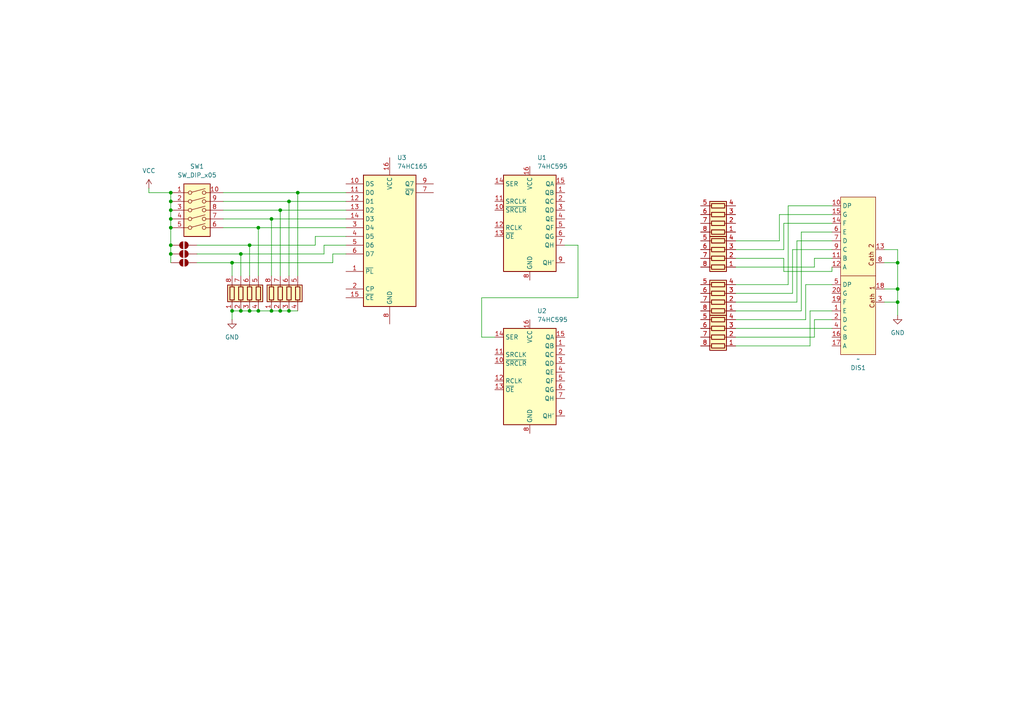
<source format=kicad_sch>
(kicad_sch (version 20250114) (generator "eeschema") (generator_version "9.0")
  (paper "A4")
  (lib_symbols
    (symbol "74xx:74HC165"
      (property "Reference" "U" (at -7.62 19.05 0))
      (property "Value" "74HC165" (at -7.62 -21.59 0))
      (symbol "74HC165_1_0"
        (pin input line (at -12.7 15.24 0) (length 5.08) (name "DS") (number "10"))
        (pin input line (at -12.7 12.7 0) (length 5.08) (name "D0") (number "11"))
        (pin input line (at -12.7 10.16 0) (length 5.08) (name "D1") (number "12"))
        (pin input line (at -12.7 7.62 0) (length 5.08) (name "D2") (number "13"))
        (pin input line (at -12.7 5.08 0) (length 5.08) (name "D3") (number "14"))
        (pin input line (at -12.7 2.54 0) (length 5.08) (name "D4") (number "3"))
        (pin input line (at -12.7 0 0) (length 5.08) (name "D5") (number "4"))
        (pin input line (at -12.7 -2.54 0) (length 5.08) (name "D6") (number "5"))
        (pin input line (at -12.7 -5.08 0) (length 5.08) (name "D7") (number "6"))
        (pin input line (at -12.7 -10.16 0) (length 5.08) (name "~{PL}") (number "1"))
        (pin input line (at -12.7 -15.24 0) (length 5.08) (name "CP") (number "2"))
        (pin input line (at -12.7 -17.78 0) (length 5.08) (name "~{CE}") (number "15"))
        (pin power_in line (at 0 22.86 270) (length 5.08) (name "VCC") (number "16"))
        (pin power_in line (at 0 -25.4 90) (length 5.08) (name "GND") (number "8"))
        (pin output line (at 12.7 15.24 180) (length 5.08) (name "Q7") (number "9"))
        (pin output line (at 12.7 12.7 180) (length 5.08) (name "~{Q7}") (number "7"))
      )
      (symbol "74HC165_1_1"
        (rectangle (start -7.62 17.78) (end 7.62 -20.32) (stroke (width 0.254)) (fill (type background)))
      )
    )
    (symbol "74xx:74HC595"
      (property "Reference" "U" (at -7.62 13.97 0))
      (property "Value" "74HC595" (at -7.62 -16.51 0))
      (symbol "74HC595_1_0"
        (pin input line (at -10.16 10.16 0) (length 2.54) (name "SER") (number "14"))
        (pin input line (at -10.16 5.08 0) (length 2.54) (name "SRCLK") (number "11"))
        (pin input line (at -10.16 2.54 0) (length 2.54) (name "~{SRCLR}") (number "10"))
        (pin input line (at -10.16 -2.54 0) (length 2.54) (name "RCLK") (number "12"))
        (pin input line (at -10.16 -5.08 0) (length 2.54) (name "~{OE}") (number "13"))
        (pin power_in line (at 0 15.24 270) (length 2.54) (name "VCC") (number "16"))
        (pin power_in line (at 0 -17.78 90) (length 2.54) (name "GND") (number "8"))
        (pin tri_state line (at 10.16 10.16 180) (length 2.54) (name "QA") (number "15"))
        (pin tri_state line (at 10.16 7.62 180) (length 2.54) (name "QB") (number "1"))
        (pin tri_state line (at 10.16 5.08 180) (length 2.54) (name "QC") (number "2"))
        (pin tri_state line (at 10.16 2.54 180) (length 2.54) (name "QD") (number "3"))
        (pin tri_state line (at 10.16 0 180) (length 2.54) (name "QE") (number "4"))
        (pin tri_state line (at 10.16 -2.54 180) (length 2.54) (name "QF") (number "5"))
        (pin tri_state line (at 10.16 -5.08 180) (length 2.54) (name "QG") (number "6"))
        (pin tri_state line (at 10.16 -7.62 180) (length 2.54) (name "QH") (number "7"))
        (pin output line (at 10.16 -12.7 180) (length 2.54) (name "QH'") (number "9"))
      )
      (symbol "74HC595_1_1"
        (rectangle (start -7.62 12.7) (end 7.62 -15.24) (stroke (width 0.254)) (fill (type background)))
      )
    )
    (symbol "Device:R_Pack04" (pin_names (offset 0) (hide yes))
      (property "Reference" "RN" (at -7.62 0 90))
      (property "Value" "R_Pack04" (at 5.08 0 90))
      (symbol "R_Pack04_0_1"
        (rectangle (start -6.35 -2.413) (end 3.81 2.413) (stroke (width 0.254)) (fill (type background)))
        (rectangle (start -5.715 1.905) (end -4.445 -1.905) (stroke (width 0.254)))
        (polyline (pts (xy -5.08 1.905) (xy -5.08 2.54)))
        (polyline (pts (xy -5.08 -2.54) (xy -5.08 -1.905)))
        (rectangle (start -3.175 1.905) (end -1.905 -1.905) (stroke (width 0.254)))
        (polyline (pts (xy -2.54 1.905) (xy -2.54 2.54)))
        (polyline (pts (xy -2.54 -2.54) (xy -2.54 -1.905)))
        (rectangle (start -0.635 1.905) (end 0.635 -1.905) (stroke (width 0.254)))
        (polyline (pts (xy 0 1.905) (xy 0 2.54)))
        (polyline (pts (xy 0 -2.54) (xy 0 -1.905)))
        (rectangle (start 1.905 1.905) (end 3.175 -1.905) (stroke (width 0.254)))
        (polyline (pts (xy 2.54 1.905) (xy 2.54 2.54)))
        (polyline (pts (xy 2.54 -2.54) (xy 2.54 -1.905)))
      )
      (symbol "R_Pack04_1_1"
        (pin passive line (at -5.08 5.08 270) (length 2.54) (name "R1.2") (number "8"))
        (pin passive line (at -5.08 -5.08 90) (length 2.54) (name "R1.1") (number "1"))
        (pin passive line (at -2.54 5.08 270) (length 2.54) (name "R2.2") (number "7"))
        (pin passive line (at -2.54 -5.08 90) (length 2.54) (name "R2.1") (number "2"))
        (pin passive line (at 0 5.08 270) (length 2.54) (name "R3.2") (number "6"))
        (pin passive line (at 0 -5.08 90) (length 2.54) (name "R3.1") (number "3"))
        (pin passive line (at 2.54 5.08 270) (length 2.54) (name "R4.2") (number "5"))
        (pin passive line (at 2.54 -5.08 90) (length 2.54) (name "R4.1") (number "4"))
      )
    )
    (symbol "Jumper:SolderJumper_2_Open" (pin_numbers (hide yes)) (pin_names (offset 0) (hide yes)) (in_bom no)
      (property "Reference" "JP" (at 0 2.032 0))
      (property "Value" "SolderJumper_2_Open" (at 0 -2.54 0))
      (symbol "SolderJumper_2_Open_0_1"
        (polyline (pts (xy -0.254 1.016) (xy -0.254 -1.016)))
        (arc (start -0.254 -1.016) (mid -1.2656 0) (end -0.254 1.016))
        (arc (start -0.254 -1.016) (mid -1.2656 0) (end -0.254 1.016) (fill (type outline)))
        (arc (start 0.254 1.016) (mid 1.2656 0) (end 0.254 -1.016))
        (arc (start 0.254 1.016) (mid 1.2656 0) (end 0.254 -1.016) (fill (type outline)))
        (polyline (pts (xy 0.254 1.016) (xy 0.254 -1.016)))
      )
      (symbol "SolderJumper_2_Open_1_1"
        (pin passive line (at -3.81 0 0) (length 2.54) (name "A") (number "1"))
        (pin passive line (at 3.81 0 180) (length 2.54) (name "B") (number "2"))
      )
    )
    (symbol "Switch:SW_DIP_x05" (pin_names (offset 0) (hide yes))
      (property "Reference" "SW" (at 0 8.89 0))
      (property "Value" "SW_DIP_x05" (at 0 -8.89 0))
      (symbol "SW_DIP_x05_0_0"
        (circle (center -2.032 5.08) (radius 0.508))
        (circle (center -2.032 2.54) (radius 0.508))
        (circle (center -2.032 0) (radius 0.508))
        (circle (center -2.032 -2.54) (radius 0.508))
        (circle (center -2.032 -5.08) (radius 0.508))
        (polyline (pts (xy -1.524 5.207) (xy 2.3622 6.2484)))
        (polyline (pts (xy -1.524 2.667) (xy 2.3622 3.7084)))
        (polyline (pts (xy -1.524 0.127) (xy 2.3622 1.1684)))
        (polyline (pts (xy -1.524 -2.3876) (xy 2.3622 -1.3462)))
        (polyline (pts (xy -1.524 -4.9276) (xy 2.3622 -3.8862)))
        (circle (center 2.032 5.08) (radius 0.508))
        (circle (center 2.032 2.54) (radius 0.508))
        (circle (center 2.032 0) (radius 0.508))
        (circle (center 2.032 -2.54) (radius 0.508))
        (circle (center 2.032 -5.08) (radius 0.508))
      )
      (symbol "SW_DIP_x05_0_1"
        (rectangle (start -3.81 7.62) (end 3.81 -7.62) (stroke (width 0.254)) (fill (type background)))
      )
      (symbol "SW_DIP_x05_1_1"
        (pin passive line (at -7.62 5.08 0) (length 5.08) (name "~") (number "1"))
        (pin passive line (at -7.62 2.54 0) (length 5.08) (name "~") (number "2"))
        (pin passive line (at -7.62 0 0) (length 5.08) (name "~") (number "3"))
        (pin passive line (at -7.62 -2.54 0) (length 5.08) (name "~") (number "4"))
        (pin passive line (at -7.62 -5.08 0) (length 5.08) (name "~") (number "5"))
        (pin passive line (at 7.62 5.08 180) (length 5.08) (name "~") (number "10"))
        (pin passive line (at 7.62 2.54 180) (length 5.08) (name "~") (number "9"))
        (pin passive line (at 7.62 0 180) (length 5.08) (name "~") (number "8"))
        (pin passive line (at 7.62 -2.54 180) (length 5.08) (name "~") (number "7"))
        (pin passive line (at 7.62 -5.08 180) (length 5.08) (name "~") (number "6"))
      )
    )
    (symbol "power:GND" (power) (pin_numbers (hide yes)) (pin_names (offset 0) (hide yes))
      (property "Value" "GND" (at 0 -3.81 0))
      (symbol "GND_0_1"
        (polyline (pts (xy 0 0) (xy 0 -1.27) (xy 1.27 -1.27) (xy 0 -2.54) (xy -1.27 -1.27) (xy 0 -1.27)))
      )
      (symbol "GND_1_1"
        (pin power_in line (at 0 0 270) (length 0) (name "~") (number "1"))
      )
    )
    (symbol "power:VCC" (power) (pin_numbers (hide yes)) (pin_names (offset 0) (hide yes))
      (property "Value" "VCC" (at 0 3.556 0))
      (symbol "VCC_0_1"
        (polyline (pts (xy -0.762 1.27) (xy 0 2.54)))
        (polyline (pts (xy 0 2.54) (xy 0.762 1.27)))
        (polyline (pts (xy 0 0) (xy 0 2.54)))
      )
      (symbol "VCC_1_1"
        (pin power_in line (at 0 0 90) (length 0) (name "~") (number "1"))
      )
    )
    (symbol "timeZoneClock:Double_7-seg_CC"
      (property "Reference" "DIS" (at -17.78 1.016 0))
      (symbol "Double_7-seg_CC_1_1"
        (rectangle (start -40.64 0) (end 5.08 -10.16) (fill (type background)))
        (polyline (pts (xy -17.78 -10.16) (xy -17.78 0)))
        (text "Cath 1" (at -23.876 -1.016 0) (effects (font (size 1.27 1.27))))
        (text "Cath 2\n" (at -11.684 -1.27 0) (effects (font (size 1.27 1.27))))
        (pin input line (at -38.1 -12.7 90) (length 2.54) (name "A") (number "17"))
        (pin input line (at -35.56 -12.7 90) (length 2.54) (name "B") (number "16"))
        (pin input line (at -33.02 -12.7 90) (length 2.54) (name "C") (number "4"))
        (pin input line (at -30.48 -12.7 90) (length 2.54) (name "D") (number "2"))
        (pin input line (at -27.94 -12.7 90) (length 2.54) (name "E") (number "1"))
        (pin input line (at -25.4 2.54 270) (length 2.54) (name "") (number "3"))
        (pin input line (at -25.4 -12.7 90) (length 2.54) (name "F") (number "19"))
        (pin input line (at -22.86 -12.7 90) (length 2.54) (name "G") (number "20"))
        (pin input line (at -21.59 2.54 270) (length 2.54) (name "") (number "18"))
        (pin input line (at -20.32 -12.7 90) (length 2.54) (name "DP") (number "5"))
        (pin input line (at -15.24 -12.7 90) (length 2.54) (name "A") (number "12"))
        (pin input line (at -13.97 2.54 270) (length 2.54) (name "") (number "8"))
        (pin input line (at -12.7 -12.7 90) (length 2.54) (name "B") (number "11"))
        (pin input line (at -10.16 2.54 270) (length 2.54) (name "") (number "13"))
        (pin input line (at -10.16 -12.7 90) (length 2.54) (name "C") (number "9"))
        (pin input line (at -7.62 -12.7 90) (length 2.54) (name "D") (number "7"))
        (pin input line (at -5.08 -12.7 90) (length 2.54) (name "E") (number "6"))
        (pin input line (at -2.54 -12.7 90) (length 2.54) (name "F") (number "14"))
        (pin input line (at 0 -12.7 90) (length 2.54) (name "G") (number "15"))
        (pin input line (at 2.54 -12.7 90) (length 2.54) (name "DP") (number "10"))
      )
    )
  )
  (junction (at 67.31 90.17))
  (junction (at 69.85 73.66))
  (junction (at 69.85 90.17))
  (junction (at 74.93 90.17))
  (junction (at 86.36 55.88))
  (junction (at 83.82 90.17))
  (junction (at 49.53 73.66))
  (junction (at 260.35 87.63))
  (junction (at 78.74 63.5))
  (junction (at 49.53 63.5))
  (junction (at 78.74 90.17))
  (junction (at 49.53 66.04))
  (junction (at 49.53 71.12))
  (junction (at 49.53 55.88))
  (junction (at 49.53 60.96))
  (junction (at 260.35 83.82))
  (junction (at 83.82 58.42))
  (junction (at 74.93 66.04))
  (junction (at 260.35 76.2))
  (junction (at 72.39 90.17))
  (junction (at 67.31 76.2))
  (junction (at 72.39 71.12))
  (junction (at 49.53 58.42))
  (junction (at 81.28 90.17))
  (junction (at 81.28 60.96))
  (wire (pts (xy 213.36 97.79) (xy 236.22 97.79)))
  (wire (pts (xy 72.39 71.12) (xy 72.39 80.01)))
  (wire (pts (xy 43.18 55.88) (xy 49.53 55.88)))
  (wire (pts (xy 236.22 92.71) (xy 241.3 92.71)))
  (wire (pts (xy 260.35 83.82) (xy 256.54 83.82)))
  (wire (pts (xy 81.28 90.17) (xy 83.82 90.17)))
  (wire (pts (xy 227.33 72.39) (xy 227.33 64.77)))
  (wire (pts (xy 234.95 100.33) (xy 234.95 90.17)))
  (wire (pts (xy 213.36 90.17) (xy 232.41 90.17)))
  (wire (pts (xy 213.36 69.85) (xy 226.06 69.85)))
  (wire (pts (xy 260.35 83.82) (xy 260.35 87.63)))
  (wire (pts (xy 49.53 63.5) (xy 49.53 66.04)))
  (wire (pts (xy 213.36 95.25) (xy 241.3 95.25)))
  (wire (pts (xy 228.6 59.69) (xy 241.3 59.69)))
  (wire (pts (xy 241.3 78.74) (xy 241.3 77.47)))
  (wire (pts (xy 72.39 71.12) (xy 91.44 71.12)))
  (wire (pts (xy 241.3 62.23) (xy 226.06 62.23)))
  (wire (pts (xy 67.31 76.2) (xy 96.52 76.2)))
  (wire (pts (xy 78.74 63.5) (xy 78.74 80.01)))
  (wire (pts (xy 213.36 92.71) (xy 233.68 92.71)))
  (wire (pts (xy 74.93 66.04) (xy 100.33 66.04)))
  (wire (pts (xy 49.53 60.96) (xy 49.53 63.5)))
  (wire (pts (xy 213.36 85.09) (xy 229.87 85.09)))
  (wire (pts (xy 260.35 76.2) (xy 260.35 83.82)))
  (wire (pts (xy 49.53 73.66) (xy 49.53 76.2)))
  (wire (pts (xy 227.33 74.93) (xy 227.33 78.74)))
  (wire (pts (xy 260.35 76.2) (xy 256.54 76.2)))
  (wire (pts (xy 232.41 67.31) (xy 241.3 67.31)))
  (wire (pts (xy 260.35 72.39) (xy 260.35 76.2)))
  (wire (pts (xy 139.7 97.79) (xy 143.51 97.79)))
  (wire (pts (xy 91.44 71.12) (xy 91.44 68.58)))
  (wire (pts (xy 64.77 58.42) (xy 83.82 58.42)))
  (wire (pts (xy 78.74 63.5) (xy 100.33 63.5)))
  (wire (pts (xy 229.87 85.09) (xy 229.87 72.39)))
  (wire (pts (xy 49.53 66.04) (xy 49.53 71.12)))
  (wire (pts (xy 57.15 76.2) (xy 67.31 76.2)))
  (wire (pts (xy 213.36 82.55) (xy 228.6 82.55)))
  (wire (pts (xy 83.82 58.42) (xy 100.33 58.42)))
  (wire (pts (xy 57.15 73.66) (xy 69.85 73.66)))
  (wire (pts (xy 81.28 60.96) (xy 81.28 80.01)))
  (wire (pts (xy 81.28 60.96) (xy 100.33 60.96)))
  (wire (pts (xy 236.22 74.93) (xy 241.3 74.93)))
  (wire (pts (xy 260.35 87.63) (xy 256.54 87.63)))
  (wire (pts (xy 213.36 87.63) (xy 231.14 87.63)))
  (wire (pts (xy 86.36 55.88) (xy 100.33 55.88)))
  (wire (pts (xy 167.64 86.36) (xy 139.7 86.36)))
  (wire (pts (xy 78.74 90.17) (xy 81.28 90.17)))
  (wire (pts (xy 67.31 76.2) (xy 67.31 80.01)))
  (wire (pts (xy 167.64 71.12) (xy 167.64 86.36)))
  (wire (pts (xy 91.44 68.58) (xy 100.33 68.58)))
  (wire (pts (xy 96.52 73.66) (xy 100.33 73.66)))
  (wire (pts (xy 232.41 90.17) (xy 232.41 67.31)))
  (wire (pts (xy 74.93 66.04) (xy 74.93 80.01)))
  (wire (pts (xy 229.87 72.39) (xy 241.3 72.39)))
  (wire (pts (xy 86.36 55.88) (xy 86.36 80.01)))
  (wire (pts (xy 260.35 72.39) (xy 256.54 72.39)))
  (wire (pts (xy 67.31 90.17) (xy 69.85 90.17)))
  (wire (pts (xy 64.77 66.04) (xy 74.93 66.04)))
  (wire (pts (xy 74.93 90.17) (xy 78.74 90.17)))
  (wire (pts (xy 83.82 90.17) (xy 86.36 90.17)))
  (wire (pts (xy 93.98 73.66) (xy 93.98 71.12)))
  (wire (pts (xy 49.53 71.12) (xy 49.53 73.66)))
  (wire (pts (xy 93.98 71.12) (xy 100.33 71.12)))
  (wire (pts (xy 236.22 77.47) (xy 236.22 74.93)))
  (wire (pts (xy 227.33 78.74) (xy 241.3 78.74)))
  (wire (pts (xy 231.14 69.85) (xy 241.3 69.85)))
  (wire (pts (xy 49.53 58.42) (xy 49.53 60.96)))
  (wire (pts (xy 72.39 90.17) (xy 74.93 90.17)))
  (wire (pts (xy 260.35 87.63) (xy 260.35 91.44)))
  (wire (pts (xy 69.85 90.17) (xy 72.39 90.17)))
  (wire (pts (xy 233.68 82.55) (xy 241.3 82.55)))
  (wire (pts (xy 64.77 63.5) (xy 78.74 63.5)))
  (wire (pts (xy 139.7 86.36) (xy 139.7 97.79)))
  (wire (pts (xy 64.77 55.88) (xy 86.36 55.88)))
  (wire (pts (xy 213.36 100.33) (xy 234.95 100.33)))
  (wire (pts (xy 213.36 74.93) (xy 227.33 74.93)))
  (wire (pts (xy 64.77 60.96) (xy 81.28 60.96)))
  (wire (pts (xy 83.82 58.42) (xy 83.82 80.01)))
  (wire (pts (xy 69.85 73.66) (xy 69.85 80.01)))
  (wire (pts (xy 226.06 62.23) (xy 226.06 69.85)))
  (wire (pts (xy 228.6 82.55) (xy 228.6 59.69)))
  (wire (pts (xy 233.68 92.71) (xy 233.68 82.55)))
  (wire (pts (xy 236.22 97.79) (xy 236.22 92.71)))
  (wire (pts (xy 49.53 55.88) (xy 49.53 58.42)))
  (wire (pts (xy 57.15 71.12) (xy 72.39 71.12)))
  (wire (pts (xy 67.31 90.17) (xy 67.31 92.71)))
  (wire (pts (xy 163.83 71.12) (xy 167.64 71.12)))
  (wire (pts (xy 213.36 72.39) (xy 227.33 72.39)))
  (wire (pts (xy 96.52 76.2) (xy 96.52 73.66)))
  (wire (pts (xy 231.14 87.63) (xy 231.14 69.85)))
  (wire (pts (xy 234.95 90.17) (xy 241.3 90.17)))
  (wire (pts (xy 227.33 64.77) (xy 241.3 64.77)))
  (wire (pts (xy 43.18 54.61) (xy 43.18 55.88)))
  (wire (pts (xy 69.85 73.66) (xy 93.98 73.66)))
  (wire (pts (xy 213.36 77.47) (xy 236.22 77.47)))
  (symbol (lib_id "Device:R_Pack04") (at 83.82 85.09 0) (unit 1)
    (property "Reference" "RN2" (effects (hide yes)))
    (property "Value" "R_Pack04" (effects (hide yes)))
    (property "Footprint" "Resistor_SMD:R_Array_Concave_4x0603" (effects (hide yes)))
    (property "Description" "4 resistor network, parallel topology" (effects (hide yes)))
  )
  (symbol (lib_id "Device:R_Pack04") (at 208.28 62.23 90) (unit 1)
    (property "Reference" "RN3" (effects (hide yes)))
    (property "Value" "R_Pack04" (effects (hide yes)))
    (property "Footprint" "Resistor_SMD:R_Array_Concave_4x0603" (effects (hide yes)))
    (property "Description" "4 resistor network, parallel topology" (effects (hide yes)))
  )
  (symbol (lib_id "Device:R_Pack04") (at 208.28 95.25 90) (unit 1)
    (property "Reference" "RN6" (effects (hide yes)))
    (property "Value" "R_Pack04" (effects (hide yes)))
    (property "Footprint" "Resistor_SMD:R_Array_Concave_4x0603" (effects (hide yes)))
    (property "Description" "4 resistor network, parallel topology" (effects (hide yes)))
  )
  (symbol (lib_id "timeZoneClock:Double_7-seg_CC") (at 254 62.23 270) (mirror x) (unit 1)
    (property "Reference" "DIS1" (at 248.9228 106.68 90))
    (property "Value" "~" (at 248.9228 104.14 90))
    (property "Footprint" "timezoneClock:double digit 7 seg" (effects (hide yes)))
  )
  (symbol (lib_id "Device:R_Pack04") (at 208.28 72.39 90) (unit 1)
    (property "Reference" "RN4" (effects (hide yes)))
    (property "Value" "R_Pack04" (effects (hide yes)))
    (property "Footprint" "Resistor_SMD:R_Array_Concave_4x0603" (effects (hide yes)))
    (property "Description" "4 resistor network, parallel topology" (effects (hide yes)))
  )
  (symbol (lib_id "power:GND") (at 67.31 92.71 0) (unit 1)
    (property "Reference" "#PWR01" (effects (hide yes)))
    (property "Value" "GND" (at 67.31 97.79 0))
    (property "Description" "Power symbol creates a global label with name \"GND\" , ground" (effects (hide yes)))
  )
  (symbol (lib_id "74xx:74HC595") (at 153.67 63.5 0) (unit 1)
    (property "Reference" "U1" (at 155.8133 45.72 0) (effects (justify left)))
    (property "Value" "74HC595" (at 155.8133 48.26 0) (effects (justify left)))
    (property "Footprint" "Package_SO:SOIC-16_3.9x9.9mm_P1.27mm" (effects (hide yes)))
    (property "Datasheet" "http://www.ti.com/lit/ds/symlink/sn74hc595.pdf" (effects (hide yes)))
    (property "Description" "8-bit serial in/out Shift Register 3-State Outputs" (effects (hide yes)))
  )
  (symbol (lib_id "74xx:74HC595") (at 153.67 107.95 0) (unit 1)
    (property "Reference" "U2" (at 155.8133 90.17 0) (effects (justify left)))
    (property "Value" "74HC595" (at 155.8133 92.71 0) (effects (justify left)))
    (property "Footprint" "Package_SO:SOIC-16_3.9x9.9mm_P1.27mm" (effects (hide yes)))
    (property "Datasheet" "http://www.ti.com/lit/ds/symlink/sn74hc595.pdf" (effects (hide yes)))
    (property "Description" "8-bit serial in/out Shift Register 3-State Outputs" (effects (hide yes)))
  )
  (symbol (lib_id "Switch:SW_DIP_x05") (at 57.15 60.96 0) (unit 1)
    (property "Reference" "SW1" (at 57.15 48.26 0))
    (property "Value" "SW_DIP_x05" (at 57.15 50.8 0))
    (property "Footprint" "Button_Switch_SMD:SW_DIP_SPSTx05_Slide_6.7x14.26mm_W8.61mm_P2.54mm_LowProfile" (effects (hide yes)))
    (property "Description" "5x DIP Switch, Single Pole Single Throw (SPST) switch, small symbol" (effects (hide yes)))
  )
  (symbol (lib_id "Device:R_Pack04") (at 208.28 85.09 90) (unit 1)
    (property "Reference" "RN5" (effects (hide yes)))
    (property "Value" "R_Pack04" (effects (hide yes)))
    (property "Footprint" "Resistor_SMD:R_Array_Concave_4x0603" (effects (hide yes)))
    (property "Description" "4 resistor network, parallel topology" (effects (hide yes)))
  )
  (symbol (lib_id "74xx:74HC165") (at 113.03 68.58 0) (unit 1)
    (property "Reference" "U3" (at 115.1733 45.72 0) (effects (justify left)))
    (property "Value" "74HC165" (at 115.1733 48.26 0) (effects (justify left)))
    (property "Footprint" "Package_SO:SOIC-16_3.9x9.9mm_P1.27mm" (effects (hide yes)))
    (property "Datasheet" "https://assets.nexperia.com/documents/data-sheet/74HC_HCT165.pdf" (effects (hide yes)))
    (property "Description" "Shift Register, 8-bit, Parallel Load" (effects (hide yes)))
  )
  (symbol (lib_id "Jumper:SolderJumper_2_Open") (at 53.34 76.2 0) (unit 1) (in_bom no)
    (property "Reference" "JP3" (effects (hide yes)))
    (property "Value" "SolderJumper_2_Open" (effects (hide yes)))
    (property "Footprint" "Jumper:SolderJumper-2_P1.3mm_Open_TrianglePad1.0x1.5mm" (effects (hide yes)))
    (property "Description" "Solder Jumper, 2-pole, open" (effects (hide yes)))
  )
  (symbol (lib_id "power:GND") (at 260.35 91.44 0) (unit 1)
    (property "Reference" "#PWR03" (effects (hide yes)))
    (property "Value" "GND" (at 260.35 96.52 0))
    (property "Description" "Power symbol creates a global label with name \"GND\" , ground" (effects (hide yes)))
  )
  (symbol (lib_id "Jumper:SolderJumper_2_Open") (at 53.34 73.66 0) (unit 1) (in_bom no)
    (property "Reference" "JP2" (effects (hide yes)))
    (property "Value" "SolderJumper_2_Open" (effects (hide yes)))
    (property "Footprint" "Jumper:SolderJumper-2_P1.3mm_Open_TrianglePad1.0x1.5mm" (effects (hide yes)))
    (property "Description" "Solder Jumper, 2-pole, open" (effects (hide yes)))
  )
  (symbol (lib_id "power:VCC") (at 43.18 54.61 0) (unit 1)
    (property "Reference" "#PWR02" (effects (hide yes)))
    (property "Value" "VCC" (at 43.18 49.53 0))
    (property "Description" "Power symbol creates a global label with name \"VCC\"" (effects (hide yes)))
  )
  (symbol (lib_id "Jumper:SolderJumper_2_Open") (at 53.34 71.12 0) (unit 1) (in_bom no)
    (property "Reference" "JP1" (effects (hide yes)))
    (property "Value" "SolderJumper_2_Open" (effects (hide yes)))
    (property "Footprint" "Jumper:SolderJumper-2_P1.3mm_Open_TrianglePad1.0x1.5mm" (effects (hide yes)))
    (property "Description" "Solder Jumper, 2-pole, open" (effects (hide yes)))
  )
  (symbol (lib_id "Device:R_Pack04") (at 72.39 85.09 0) (unit 1)
    (property "Reference" "RN1" (effects (hide yes)))
    (property "Value" "R_Pack04" (effects (hide yes)))
    (property "Footprint" "Resistor_SMD:R_Array_Concave_4x0603" (effects (hide yes)))
    (property "Description" "4 resistor network, parallel topology" (effects (hide yes)))
  )
)
</source>
